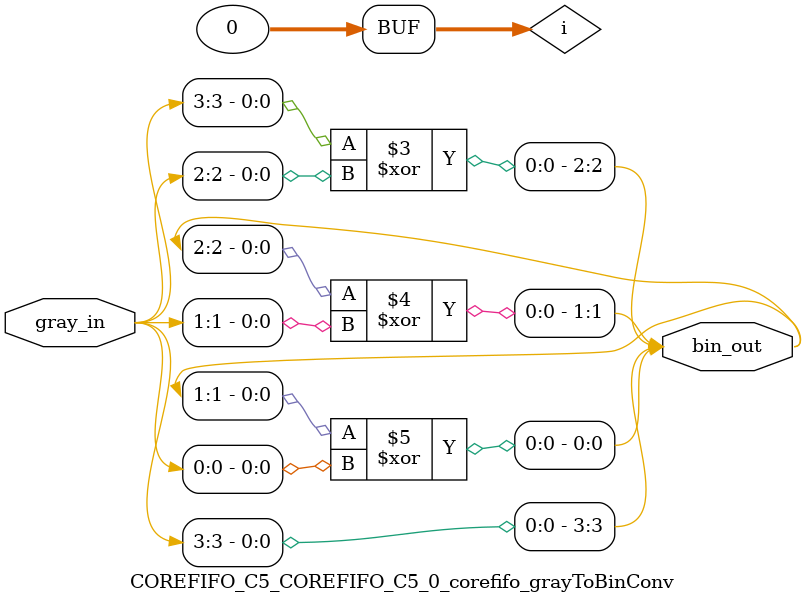
<source format=v>

`timescale 1ns / 100ps

module COREFIFO_C5_COREFIFO_C5_0_corefifo_grayToBinConv(
                                         gray_in,
                                         bin_out
                                        );

   // --------------------------------------------------------------------------
   // Parameter Declaration
   // --------------------------------------------------------------------------
   parameter ADDRWIDTH  = 3;
  // parameter SYNC_RESET = 0;   

   // --------------------------------------------------------------------------
   // I/O Declaration
   // --------------------------------------------------------------------------

   //--------
   // Inputs
   //--------
   input [ADDRWIDTH:0]    gray_in;

   //---------
   // Outputs
   //---------
   output [ADDRWIDTH:0] bin_out;

   // --------------------------------------------------------------------------
   // Internal signals
   // --------------------------------------------------------------------------
   reg [ADDRWIDTH:0]      bin_out;   
   integer                i;
   

   // --------------------------------------------------------------------------
   //                               Start - of - Code
   // --------------------------------------------------------------------------


   // --------------------------------------------------------------------------
   // Logic to Convert the Gray code to Binary
   // --------------------------------------------------------------------------
   always @(*) begin

      bin_out[ADDRWIDTH]  = gray_in[ADDRWIDTH];      

      for(i=ADDRWIDTH;i>0;i = i-1) begin
         bin_out[i-1]     = (bin_out[i] ^ gray_in[i-1]);
      end

   end

endmodule // corefifo_grayToBinConv

// --------------------------------------------------------------------------
//                             End - of - Code
// --------------------------------------------------------------------------

</source>
